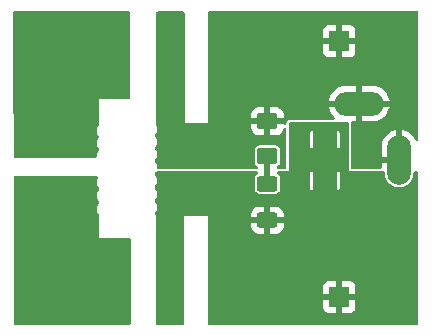
<source format=gbr>
%TF.GenerationSoftware,KiCad,Pcbnew,8.0.1*%
%TF.CreationDate,2024-04-06T16:57:38-05:00*%
%TF.ProjectId,Banana to Barrel Jack Adapter,42616e61-6e61-4207-946f-204261727265,2*%
%TF.SameCoordinates,Original*%
%TF.FileFunction,Copper,L1,Top*%
%TF.FilePolarity,Positive*%
%FSLAX46Y46*%
G04 Gerber Fmt 4.6, Leading zero omitted, Abs format (unit mm)*
G04 Created by KiCad (PCBNEW 8.0.1) date 2024-04-06 16:57:38*
%MOMM*%
%LPD*%
G01*
G04 APERTURE LIST*
G04 Aperture macros list*
%AMRoundRect*
0 Rectangle with rounded corners*
0 $1 Rounding radius*
0 $2 $3 $4 $5 $6 $7 $8 $9 X,Y pos of 4 corners*
0 Add a 4 corners polygon primitive as box body*
4,1,4,$2,$3,$4,$5,$6,$7,$8,$9,$2,$3,0*
0 Add four circle primitives for the rounded corners*
1,1,$1+$1,$2,$3*
1,1,$1+$1,$4,$5*
1,1,$1+$1,$6,$7*
1,1,$1+$1,$8,$9*
0 Add four rect primitives between the rounded corners*
20,1,$1+$1,$2,$3,$4,$5,0*
20,1,$1+$1,$4,$5,$6,$7,0*
20,1,$1+$1,$6,$7,$8,$9,0*
20,1,$1+$1,$8,$9,$2,$3,0*%
G04 Aperture macros list end*
%TA.AperFunction,ComponentPad*%
%ADD10R,2.000000X4.600000*%
%TD*%
%TA.AperFunction,ComponentPad*%
%ADD11O,2.000000X4.200000*%
%TD*%
%TA.AperFunction,ComponentPad*%
%ADD12O,4.200000X2.000000*%
%TD*%
%TA.AperFunction,ComponentPad*%
%ADD13R,1.700000X1.700000*%
%TD*%
%TA.AperFunction,ComponentPad*%
%ADD14C,0.800000*%
%TD*%
%TA.AperFunction,ComponentPad*%
%ADD15C,6.400000*%
%TD*%
%TA.AperFunction,SMDPad,CuDef*%
%ADD16RoundRect,0.250000X0.625000X-0.400000X0.625000X0.400000X-0.625000X0.400000X-0.625000X-0.400000X0*%
%TD*%
%TA.AperFunction,SMDPad,CuDef*%
%ADD17RoundRect,0.250001X-0.624999X0.462499X-0.624999X-0.462499X0.624999X-0.462499X0.624999X0.462499X0*%
%TD*%
%TA.AperFunction,ViaPad*%
%ADD18C,0.800000*%
%TD*%
%TA.AperFunction,Conductor*%
%ADD19C,0.250000*%
%TD*%
%TA.AperFunction,Conductor*%
%ADD20C,0.500000*%
%TD*%
G04 APERTURE END LIST*
D10*
%TO.P,J1,1*%
%TO.N,/Positive*%
X151650000Y-98750000D03*
D11*
%TO.P,J1,2*%
%TO.N,GND*%
X157950000Y-98750000D03*
D12*
%TO.P,J1,3*%
X154550000Y-93950000D03*
%TD*%
D13*
%TO.P,J3,1,Pin_1*%
%TO.N,GND*%
X152882600Y-88671400D03*
%TD*%
D14*
%TO.P,H1,1,1*%
%TO.N,/Positive*%
X126600138Y-108968250D03*
X127303082Y-107271194D03*
X127303082Y-110665306D03*
X129000138Y-106568250D03*
D15*
X129000138Y-108968250D03*
D14*
X129000138Y-111368250D03*
X130697194Y-107271194D03*
X130697194Y-110665306D03*
X131400138Y-108968250D03*
%TD*%
D13*
%TO.P,J2,1,Pin_1*%
%TO.N,/Positive*%
X152882600Y-110337600D03*
%TD*%
D16*
%TO.P,R1,1*%
%TO.N,/Positive*%
X146790000Y-103820000D03*
%TO.P,R1,2*%
%TO.N,Net-(D1-A)*%
X146790000Y-100720000D03*
%TD*%
D14*
%TO.P,H2,1,1*%
%TO.N,GND*%
X126600138Y-89918250D03*
X127303082Y-88221194D03*
X127303082Y-91615306D03*
X129000138Y-87518250D03*
D15*
X129000138Y-89918250D03*
D14*
X129000138Y-92318250D03*
X130697194Y-88221194D03*
X130697194Y-91615306D03*
X131400138Y-89918250D03*
%TD*%
D17*
%TO.P,D1,1,K*%
%TO.N,GND*%
X146790000Y-95432500D03*
%TO.P,D1,2,A*%
%TO.N,Net-(D1-A)*%
X146790000Y-98407500D03*
%TD*%
D18*
%TO.N,GND*%
X144856200Y-86588600D03*
X144856200Y-95250000D03*
X144856200Y-88320880D03*
X144856200Y-90053160D03*
X144856200Y-91785440D03*
X144856200Y-93517720D03*
%TO.N,/Positive*%
X144856200Y-110535720D03*
X144856200Y-105415080D03*
X144856200Y-107121960D03*
X144856200Y-103708200D03*
X144856200Y-108828840D03*
X144856200Y-112242600D03*
%TD*%
D19*
%TO.N,GND*%
X138500000Y-88450000D02*
X138500000Y-91250000D01*
D20*
%TO.N,Net-(D1-A)*%
X146790000Y-98407500D02*
X146790000Y-100720000D01*
%TD*%
%TA.AperFunction,Conductor*%
%TO.N,/Positive*%
G36*
X133225000Y-106000000D02*
G01*
X133225000Y-112689747D01*
X125455059Y-112689455D01*
X125388021Y-112669768D01*
X125342268Y-112616962D01*
X125331064Y-112565740D01*
X125315796Y-105928517D01*
X125313744Y-105036255D01*
X125575000Y-104775000D01*
X132000000Y-104775000D01*
X133225000Y-106000000D01*
G37*
%TD.AperFunction*%
%TD*%
%TA.AperFunction,Conductor*%
%TO.N,/Positive*%
G36*
X153613039Y-95523685D02*
G01*
X153658794Y-95576489D01*
X153670000Y-95628000D01*
X153670000Y-96266000D01*
X153670000Y-102616000D01*
X148590000Y-102616000D01*
X148590000Y-99750000D01*
X150396001Y-99750000D01*
X150396001Y-101075014D01*
X150410737Y-101149106D01*
X150410738Y-101149109D01*
X150466876Y-101233123D01*
X150550895Y-101289263D01*
X150550896Y-101289264D01*
X150624980Y-101303998D01*
X150650000Y-101303998D01*
X150650000Y-100115826D01*
X151150000Y-100115826D01*
X151184075Y-100242993D01*
X151249901Y-100357007D01*
X151342993Y-100450099D01*
X151457007Y-100515925D01*
X151584174Y-100550000D01*
X151715826Y-100550000D01*
X151842993Y-100515925D01*
X151957007Y-100450099D01*
X152050099Y-100357007D01*
X152115925Y-100242993D01*
X152150000Y-100115826D01*
X152150000Y-99750000D01*
X152650000Y-99750000D01*
X152650000Y-101303999D01*
X152675015Y-101303999D01*
X152749106Y-101289262D01*
X152749109Y-101289261D01*
X152833123Y-101233123D01*
X152889263Y-101149104D01*
X152889264Y-101149103D01*
X152903999Y-101075021D01*
X152904000Y-101075018D01*
X152904000Y-99750000D01*
X152650000Y-99750000D01*
X152150000Y-99750000D01*
X152150000Y-97384174D01*
X152115925Y-97257007D01*
X152050099Y-97142993D01*
X151957007Y-97049901D01*
X151842993Y-96984075D01*
X151715826Y-96950000D01*
X151584174Y-96950000D01*
X151457007Y-96984075D01*
X151342993Y-97049901D01*
X151249901Y-97142993D01*
X151184075Y-97257007D01*
X151150000Y-97384174D01*
X151150000Y-100115826D01*
X150650000Y-100115826D01*
X150650000Y-99750000D01*
X150396001Y-99750000D01*
X148590000Y-99750000D01*
X148590000Y-97750000D01*
X150396000Y-97750000D01*
X150650000Y-97750000D01*
X150650000Y-96196000D01*
X152650000Y-96196000D01*
X152650000Y-97750000D01*
X152903999Y-97750000D01*
X152903999Y-96424985D01*
X152889262Y-96350893D01*
X152889261Y-96350890D01*
X152833123Y-96266876D01*
X152749104Y-96210736D01*
X152749103Y-96210735D01*
X152675021Y-96196000D01*
X152650000Y-96196000D01*
X150650000Y-96196000D01*
X150650000Y-96195999D01*
X150624986Y-96196000D01*
X150624985Y-96196000D01*
X150550892Y-96210737D01*
X150550890Y-96210738D01*
X150466876Y-96266876D01*
X150410736Y-96350895D01*
X150410735Y-96350896D01*
X150396000Y-96424978D01*
X150396000Y-97750000D01*
X148590000Y-97750000D01*
X148590000Y-95628000D01*
X148609685Y-95560961D01*
X148662489Y-95515206D01*
X148714000Y-95504000D01*
X153546000Y-95504000D01*
X153613039Y-95523685D01*
G37*
%TD.AperFunction*%
%TD*%
%TA.AperFunction,Conductor*%
%TO.N,GND*%
G36*
X133325000Y-92575000D02*
G01*
X131875000Y-94025000D01*
X125288416Y-94025000D01*
X125270485Y-86230206D01*
X125290016Y-86163125D01*
X125342714Y-86117248D01*
X125394407Y-86105924D01*
X133325000Y-86101108D01*
X133325000Y-92575000D01*
G37*
%TD.AperFunction*%
%TD*%
%TA.AperFunction,Conductor*%
%TO.N,/Positive*%
G36*
X145936631Y-99719685D02*
G01*
X145982386Y-99772489D01*
X145992330Y-99841647D01*
X145963305Y-99905203D01*
X145943225Y-99923770D01*
X145842851Y-99997848D01*
X145762207Y-100107117D01*
X145762206Y-100107119D01*
X145717353Y-100235299D01*
X145714500Y-100265730D01*
X145714500Y-101174269D01*
X145717353Y-101204699D01*
X145717353Y-101204701D01*
X145762206Y-101332880D01*
X145762207Y-101332882D01*
X145842850Y-101442150D01*
X145952118Y-101522793D01*
X145991854Y-101536697D01*
X146080299Y-101567646D01*
X146110730Y-101570500D01*
X146110734Y-101570500D01*
X147469270Y-101570500D01*
X147499699Y-101567646D01*
X147499701Y-101567646D01*
X147568430Y-101543596D01*
X147627882Y-101522793D01*
X147737150Y-101442150D01*
X147817793Y-101332882D01*
X147842346Y-101262713D01*
X147862646Y-101204701D01*
X147862646Y-101204699D01*
X147865500Y-101174269D01*
X147865500Y-100265730D01*
X147862646Y-100235299D01*
X147817793Y-100107119D01*
X147817792Y-100107117D01*
X147737150Y-99997850D01*
X147737148Y-99997849D01*
X147737148Y-99997848D01*
X147636775Y-99923770D01*
X147594524Y-99868123D01*
X147589065Y-99798467D01*
X147622132Y-99736917D01*
X147683226Y-99703016D01*
X147710408Y-99700000D01*
X148590000Y-99700000D01*
X150150000Y-99700000D01*
X150150000Y-101097844D01*
X150156401Y-101157372D01*
X150156403Y-101157379D01*
X150206645Y-101292086D01*
X150206649Y-101292093D01*
X150292809Y-101407187D01*
X150292812Y-101407190D01*
X150407906Y-101493350D01*
X150407913Y-101493354D01*
X150542620Y-101543596D01*
X150542627Y-101543598D01*
X150602155Y-101549999D01*
X150602172Y-101550000D01*
X151400000Y-101550000D01*
X151400000Y-100483012D01*
X151457007Y-100515925D01*
X151584174Y-100550000D01*
X151715826Y-100550000D01*
X151842993Y-100515925D01*
X151900000Y-100483012D01*
X151900000Y-101550000D01*
X152697828Y-101550000D01*
X152697844Y-101549999D01*
X152757372Y-101543598D01*
X152757379Y-101543596D01*
X152892086Y-101493354D01*
X152892093Y-101493350D01*
X153007187Y-101407190D01*
X153007190Y-101407187D01*
X153093350Y-101292093D01*
X153093354Y-101292086D01*
X153143596Y-101157379D01*
X153143598Y-101157372D01*
X153149999Y-101097844D01*
X153150000Y-101097827D01*
X153150000Y-99700000D01*
X153670000Y-99700000D01*
X156625500Y-99700000D01*
X156692539Y-99719685D01*
X156738294Y-99772489D01*
X156749500Y-99824000D01*
X156749500Y-99944486D01*
X156779059Y-100131118D01*
X156837454Y-100310836D01*
X156908413Y-100450099D01*
X156923240Y-100479199D01*
X157034310Y-100632073D01*
X157167927Y-100765690D01*
X157320801Y-100876760D01*
X157400347Y-100917290D01*
X157489163Y-100962545D01*
X157489165Y-100962545D01*
X157489168Y-100962547D01*
X157585497Y-100993846D01*
X157668881Y-101020940D01*
X157855514Y-101050500D01*
X157855519Y-101050500D01*
X158044486Y-101050500D01*
X158231118Y-101020940D01*
X158410832Y-100962547D01*
X158579199Y-100876760D01*
X158732073Y-100765690D01*
X158865690Y-100632073D01*
X158976760Y-100479199D01*
X159062547Y-100310832D01*
X159120940Y-100131118D01*
X159126874Y-100093650D01*
X159150500Y-99944486D01*
X159150500Y-99824000D01*
X159170185Y-99756961D01*
X159222989Y-99711206D01*
X159274500Y-99700000D01*
X159457000Y-99700000D01*
X159524039Y-99719685D01*
X159569794Y-99772489D01*
X159581000Y-99824000D01*
X159581000Y-112575800D01*
X159561315Y-112642839D01*
X159508511Y-112688594D01*
X159457000Y-112699800D01*
X141855848Y-112699800D01*
X141788809Y-112680115D01*
X141743054Y-112627311D01*
X141731848Y-112575952D01*
X141731745Y-112492178D01*
X141730207Y-111235444D01*
X151532600Y-111235444D01*
X151539001Y-111294972D01*
X151539003Y-111294979D01*
X151589245Y-111429686D01*
X151589249Y-111429693D01*
X151675409Y-111544787D01*
X151675412Y-111544790D01*
X151790506Y-111630950D01*
X151790513Y-111630954D01*
X151925220Y-111681196D01*
X151925227Y-111681198D01*
X151984755Y-111687599D01*
X151984772Y-111687600D01*
X152632600Y-111687600D01*
X152632600Y-110770612D01*
X152689607Y-110803525D01*
X152816774Y-110837600D01*
X152948426Y-110837600D01*
X153075593Y-110803525D01*
X153132600Y-110770612D01*
X153132600Y-111687600D01*
X153780428Y-111687600D01*
X153780444Y-111687599D01*
X153839972Y-111681198D01*
X153839979Y-111681196D01*
X153974686Y-111630954D01*
X153974693Y-111630950D01*
X154089787Y-111544790D01*
X154089790Y-111544787D01*
X154175950Y-111429693D01*
X154175954Y-111429686D01*
X154226196Y-111294979D01*
X154226198Y-111294972D01*
X154232599Y-111235444D01*
X154232600Y-111235427D01*
X154232600Y-110587600D01*
X153315612Y-110587600D01*
X153348525Y-110530593D01*
X153382600Y-110403426D01*
X153382600Y-110271774D01*
X153348525Y-110144607D01*
X153315612Y-110087600D01*
X154232600Y-110087600D01*
X154232600Y-109439772D01*
X154232599Y-109439755D01*
X154226198Y-109380227D01*
X154226196Y-109380220D01*
X154175954Y-109245513D01*
X154175950Y-109245506D01*
X154089790Y-109130412D01*
X154089787Y-109130409D01*
X153974693Y-109044249D01*
X153974686Y-109044245D01*
X153839979Y-108994003D01*
X153839972Y-108994001D01*
X153780444Y-108987600D01*
X153132600Y-108987600D01*
X153132600Y-109904588D01*
X153075593Y-109871675D01*
X152948426Y-109837600D01*
X152816774Y-109837600D01*
X152689607Y-109871675D01*
X152632600Y-109904588D01*
X152632600Y-108987600D01*
X151984755Y-108987600D01*
X151925227Y-108994001D01*
X151925220Y-108994003D01*
X151790513Y-109044245D01*
X151790506Y-109044249D01*
X151675412Y-109130409D01*
X151675409Y-109130412D01*
X151589249Y-109245506D01*
X151589245Y-109245513D01*
X151539003Y-109380220D01*
X151539001Y-109380227D01*
X151532600Y-109439755D01*
X151532600Y-110087600D01*
X152449588Y-110087600D01*
X152416675Y-110144607D01*
X152382600Y-110271774D01*
X152382600Y-110403426D01*
X152416675Y-110530593D01*
X152449588Y-110587600D01*
X151532600Y-110587600D01*
X151532600Y-111235444D01*
X141730207Y-111235444D01*
X141721437Y-104070000D01*
X145415001Y-104070000D01*
X145415001Y-104269986D01*
X145425494Y-104372697D01*
X145480641Y-104539119D01*
X145480643Y-104539124D01*
X145572684Y-104688345D01*
X145696654Y-104812315D01*
X145845875Y-104904356D01*
X145845880Y-104904358D01*
X146012302Y-104959505D01*
X146012309Y-104959506D01*
X146115019Y-104969999D01*
X146539999Y-104969999D01*
X146540000Y-104969998D01*
X146540000Y-104070000D01*
X147040000Y-104070000D01*
X147040000Y-104969999D01*
X147464972Y-104969999D01*
X147464986Y-104969998D01*
X147567697Y-104959505D01*
X147734119Y-104904358D01*
X147734124Y-104904356D01*
X147883345Y-104812315D01*
X148007315Y-104688345D01*
X148099356Y-104539124D01*
X148099358Y-104539119D01*
X148154505Y-104372697D01*
X148154506Y-104372690D01*
X148164999Y-104269986D01*
X148165000Y-104269973D01*
X148165000Y-104070000D01*
X147040000Y-104070000D01*
X146540000Y-104070000D01*
X145415001Y-104070000D01*
X141721437Y-104070000D01*
X141720825Y-103570000D01*
X145415000Y-103570000D01*
X146540000Y-103570000D01*
X146540000Y-102670000D01*
X147040000Y-102670000D01*
X147040000Y-103570000D01*
X148164999Y-103570000D01*
X148164999Y-103370028D01*
X148164998Y-103370013D01*
X148154505Y-103267302D01*
X148099358Y-103100880D01*
X148099356Y-103100875D01*
X148007315Y-102951654D01*
X147883345Y-102827684D01*
X147734124Y-102735643D01*
X147734119Y-102735641D01*
X147567697Y-102680494D01*
X147567690Y-102680493D01*
X147464986Y-102670000D01*
X147040000Y-102670000D01*
X146540000Y-102670000D01*
X146115028Y-102670000D01*
X146115012Y-102670001D01*
X146012302Y-102680494D01*
X145845880Y-102735641D01*
X145845875Y-102735643D01*
X145696654Y-102827684D01*
X145572684Y-102951654D01*
X145480643Y-103100875D01*
X145480641Y-103100880D01*
X145425494Y-103267302D01*
X145425493Y-103267309D01*
X145415000Y-103370013D01*
X145415000Y-103570000D01*
X141720825Y-103570000D01*
X141720678Y-103450000D01*
X139725000Y-103450000D01*
X139748015Y-111965726D01*
X139749664Y-112575665D01*
X139730160Y-112642757D01*
X139677480Y-112688655D01*
X139625664Y-112700000D01*
X137499009Y-112700000D01*
X137431970Y-112680315D01*
X137386215Y-112627511D01*
X137375009Y-112575991D01*
X137375010Y-112575800D01*
X137375709Y-103432600D01*
X137375709Y-103432599D01*
X137362670Y-103419559D01*
X137340041Y-103412915D01*
X137294286Y-103360111D01*
X137283080Y-103308600D01*
X137283080Y-103209507D01*
X137302765Y-103142468D01*
X137319399Y-103121826D01*
X137344513Y-103096712D01*
X137419292Y-102967192D01*
X137458000Y-102822731D01*
X137458000Y-102673173D01*
X137419292Y-102528712D01*
X137344513Y-102399192D01*
X137319399Y-102374078D01*
X137285914Y-102312755D01*
X137283080Y-102286397D01*
X137283080Y-102073031D01*
X137302765Y-102005992D01*
X137319399Y-101985350D01*
X137344513Y-101960236D01*
X137419292Y-101830716D01*
X137458000Y-101686255D01*
X137458000Y-101536697D01*
X137419292Y-101392236D01*
X137344513Y-101262716D01*
X137319399Y-101237602D01*
X137285914Y-101176279D01*
X137283080Y-101149921D01*
X137283080Y-100936555D01*
X137302765Y-100869516D01*
X137319399Y-100848874D01*
X137344513Y-100823760D01*
X137419292Y-100694240D01*
X137458000Y-100549779D01*
X137458000Y-100400221D01*
X137419292Y-100255760D01*
X137344513Y-100126240D01*
X137319399Y-100101126D01*
X137285914Y-100039803D01*
X137283080Y-100013445D01*
X137283080Y-99824000D01*
X137302765Y-99756961D01*
X137355569Y-99711206D01*
X137407080Y-99700000D01*
X145869592Y-99700000D01*
X145936631Y-99719685D01*
G37*
%TD.AperFunction*%
%TA.AperFunction,Conductor*%
G36*
X132368773Y-100113335D02*
G01*
X132414528Y-100166139D01*
X132424472Y-100235297D01*
X132409121Y-100279651D01*
X132362202Y-100360914D01*
X132323494Y-100505377D01*
X132323494Y-100654934D01*
X132362202Y-100799397D01*
X132390768Y-100848874D01*
X132436981Y-100928916D01*
X132436983Y-100928918D01*
X132471561Y-100963496D01*
X132505046Y-101024819D01*
X132507880Y-101051177D01*
X132507880Y-101245611D01*
X132488195Y-101312650D01*
X132471561Y-101333292D01*
X132436983Y-101367869D01*
X132436981Y-101367872D01*
X132362202Y-101497390D01*
X132323494Y-101641853D01*
X132323494Y-101791410D01*
X132362202Y-101935873D01*
X132390768Y-101985350D01*
X132436981Y-102065392D01*
X132436983Y-102065394D01*
X132471561Y-102099972D01*
X132505046Y-102161295D01*
X132507880Y-102187653D01*
X132507880Y-102382087D01*
X132488195Y-102449126D01*
X132471561Y-102469768D01*
X132436983Y-102504345D01*
X132436981Y-102504348D01*
X132362202Y-102633866D01*
X132323494Y-102778329D01*
X132323494Y-102927886D01*
X132362202Y-103072349D01*
X132378672Y-103100875D01*
X132436981Y-103201868D01*
X132436983Y-103201870D01*
X132471561Y-103236448D01*
X132505046Y-103297771D01*
X132507880Y-103324129D01*
X132507880Y-103421611D01*
X132522166Y-103447774D01*
X132525000Y-103474132D01*
X132525000Y-105300000D01*
X135076000Y-105300000D01*
X135143039Y-105319685D01*
X135188794Y-105372489D01*
X135200000Y-105424000D01*
X135200000Y-112565818D01*
X135180315Y-112632857D01*
X135127511Y-112678612D01*
X135075995Y-112689818D01*
X130299215Y-112689638D01*
X130232177Y-112669951D01*
X130186424Y-112617145D01*
X130176483Y-112547986D01*
X130205510Y-112484432D01*
X130254782Y-112449874D01*
X130507132Y-112353005D01*
X130852681Y-112176939D01*
X131177921Y-111965726D01*
X131177923Y-111965725D01*
X131435487Y-111757152D01*
X129940836Y-110262501D01*
X130042468Y-110188662D01*
X130220550Y-110010580D01*
X130294389Y-109908948D01*
X131789040Y-111403599D01*
X131997613Y-111146035D01*
X131997614Y-111146033D01*
X132208827Y-110820793D01*
X132384893Y-110475244D01*
X132523875Y-110113186D01*
X132624250Y-109738580D01*
X132624251Y-109738573D01*
X132684918Y-109355537D01*
X132705216Y-108968250D01*
X132705216Y-108968249D01*
X132684918Y-108580962D01*
X132624251Y-108197926D01*
X132624250Y-108197919D01*
X132523875Y-107823313D01*
X132384893Y-107461255D01*
X132208827Y-107115706D01*
X131997606Y-106790456D01*
X131789042Y-106532899D01*
X131789041Y-106532898D01*
X130294389Y-108027550D01*
X130220550Y-107925920D01*
X130042468Y-107747838D01*
X129940836Y-107673998D01*
X131435488Y-106179346D01*
X131435488Y-106179345D01*
X131177931Y-105970781D01*
X130852681Y-105759560D01*
X130507132Y-105583494D01*
X130145074Y-105444512D01*
X129770468Y-105344137D01*
X129770461Y-105344136D01*
X129387425Y-105283469D01*
X129000139Y-105263172D01*
X129000137Y-105263172D01*
X128612850Y-105283469D01*
X128229814Y-105344136D01*
X128229807Y-105344137D01*
X127855201Y-105444512D01*
X127493143Y-105583494D01*
X127147594Y-105759560D01*
X126822344Y-105970781D01*
X126564786Y-106179345D01*
X126564786Y-106179346D01*
X128059439Y-107673998D01*
X127957808Y-107747838D01*
X127779726Y-107925920D01*
X127705886Y-108027550D01*
X126211234Y-106532898D01*
X126211233Y-106532898D01*
X126002669Y-106790456D01*
X125791448Y-107115706D01*
X125615382Y-107461255D01*
X125559320Y-107607301D01*
X125516917Y-107662834D01*
X125451223Y-107686626D01*
X125383095Y-107671124D01*
X125334163Y-107621250D01*
X125319557Y-107563152D01*
X125302661Y-100217933D01*
X125322192Y-100150851D01*
X125374890Y-100104974D01*
X125426661Y-100093650D01*
X132301734Y-100093650D01*
X132368773Y-100113335D01*
G37*
%TD.AperFunction*%
%TA.AperFunction,Conductor*%
G36*
X127779726Y-110010580D02*
G01*
X127957808Y-110188662D01*
X128059438Y-110262501D01*
X126564786Y-111757153D01*
X126564787Y-111757154D01*
X126822344Y-111965718D01*
X127147594Y-112176939D01*
X127493143Y-112353005D01*
X127745238Y-112449776D01*
X127800770Y-112492178D01*
X127824563Y-112557872D01*
X127809061Y-112626001D01*
X127759188Y-112674933D01*
X127700795Y-112689540D01*
X125455059Y-112689455D01*
X125388021Y-112669768D01*
X125342268Y-112616962D01*
X125331064Y-112565740D01*
X125331046Y-112557872D01*
X125326061Y-110390863D01*
X125345592Y-110323782D01*
X125398290Y-110277905D01*
X125467426Y-110267803D01*
X125531048Y-110296682D01*
X125565825Y-110346143D01*
X125615382Y-110475244D01*
X125791448Y-110820793D01*
X126002669Y-111146043D01*
X126211233Y-111403600D01*
X126211234Y-111403600D01*
X127705886Y-109908948D01*
X127779726Y-110010580D01*
G37*
%TD.AperFunction*%
%TD*%
%TA.AperFunction,Conductor*%
%TO.N,GND*%
G36*
X159524039Y-86125685D02*
G01*
X159569794Y-86178489D01*
X159581000Y-86230000D01*
X159581000Y-97032697D01*
X159561315Y-97099736D01*
X159508511Y-97145491D01*
X159439353Y-97155435D01*
X159375797Y-97126410D01*
X159343683Y-97077981D01*
X159341965Y-97078693D01*
X159340105Y-97074201D01*
X159232914Y-96863828D01*
X159094133Y-96672813D01*
X158927186Y-96505866D01*
X158736171Y-96367085D01*
X158525802Y-96259897D01*
X158301247Y-96186934D01*
X158200000Y-96170897D01*
X158200000Y-97216988D01*
X158142993Y-97184075D01*
X158015826Y-97150000D01*
X157884174Y-97150000D01*
X157757007Y-97184075D01*
X157700000Y-97216988D01*
X157700000Y-96170897D01*
X157598752Y-96186934D01*
X157374197Y-96259897D01*
X157163828Y-96367085D01*
X156972813Y-96505866D01*
X156805866Y-96672813D01*
X156667085Y-96863828D01*
X156559897Y-97074197D01*
X156486934Y-97298752D01*
X156450000Y-97531947D01*
X156450000Y-98500000D01*
X157450000Y-98500000D01*
X157450000Y-99000000D01*
X156450000Y-99000000D01*
X156450000Y-99370500D01*
X156430315Y-99437539D01*
X156377511Y-99483294D01*
X156326000Y-99494500D01*
X153999500Y-99494500D01*
X153932461Y-99474815D01*
X153886706Y-99422011D01*
X153875500Y-99370500D01*
X153875500Y-95628008D01*
X153875500Y-95628000D01*
X153871119Y-95587256D01*
X153883523Y-95518497D01*
X153931133Y-95467359D01*
X153994408Y-95450000D01*
X154300000Y-95450000D01*
X154300000Y-94450000D01*
X154800000Y-94450000D01*
X154800000Y-95450000D01*
X155768052Y-95450000D01*
X156001247Y-95413065D01*
X156225802Y-95340102D01*
X156436171Y-95232914D01*
X156627186Y-95094133D01*
X156794133Y-94927186D01*
X156932914Y-94736171D01*
X157040102Y-94525802D01*
X157113065Y-94301247D01*
X157129102Y-94200000D01*
X156083012Y-94200000D01*
X156115925Y-94142993D01*
X156150000Y-94015826D01*
X156150000Y-93884174D01*
X156115925Y-93757007D01*
X156083012Y-93700000D01*
X157129102Y-93700000D01*
X157113065Y-93598752D01*
X157040102Y-93374197D01*
X156932914Y-93163828D01*
X156794133Y-92972813D01*
X156627186Y-92805866D01*
X156436171Y-92667085D01*
X156225802Y-92559897D01*
X156001247Y-92486934D01*
X156001248Y-92486934D01*
X155768052Y-92450000D01*
X154800000Y-92450000D01*
X154800000Y-93450000D01*
X154300000Y-93450000D01*
X154300000Y-92450000D01*
X153331948Y-92450000D01*
X153098752Y-92486934D01*
X152874197Y-92559897D01*
X152663828Y-92667085D01*
X152472813Y-92805866D01*
X152305866Y-92972813D01*
X152167085Y-93163828D01*
X152059897Y-93374197D01*
X151986934Y-93598752D01*
X151970898Y-93700000D01*
X153016988Y-93700000D01*
X152984075Y-93757007D01*
X152950000Y-93884174D01*
X152950000Y-94015826D01*
X152984075Y-94142993D01*
X153016988Y-94200000D01*
X151970898Y-94200000D01*
X151986934Y-94301247D01*
X152059897Y-94525802D01*
X152167085Y-94736171D01*
X152305866Y-94927186D01*
X152465499Y-95086819D01*
X152498984Y-95148142D01*
X152494000Y-95217834D01*
X152452128Y-95273767D01*
X152386664Y-95298184D01*
X152377818Y-95298500D01*
X148713992Y-95298500D01*
X148670313Y-95303197D01*
X148618825Y-95314397D01*
X148608627Y-95316890D01*
X148608624Y-95316891D01*
X148527916Y-95359899D01*
X148527913Y-95359901D01*
X148475104Y-95405660D01*
X148457160Y-95423242D01*
X148457154Y-95423249D01*
X148412511Y-95503059D01*
X148412509Y-95503064D01*
X148392824Y-95570102D01*
X148385310Y-95622361D01*
X148356284Y-95685916D01*
X148297505Y-95723689D01*
X148227636Y-95723687D01*
X148174892Y-95692392D01*
X148165000Y-95682500D01*
X147040000Y-95682500D01*
X147040000Y-96645000D01*
X147464973Y-96645000D01*
X147464985Y-96644999D01*
X147567689Y-96634506D01*
X147567696Y-96634505D01*
X147734118Y-96579358D01*
X147734123Y-96579356D01*
X147883344Y-96487315D01*
X148007315Y-96363344D01*
X148099356Y-96214123D01*
X148099358Y-96214118D01*
X148142794Y-96083038D01*
X148182566Y-96025593D01*
X148247082Y-95998770D01*
X148315858Y-96011085D01*
X148367058Y-96058628D01*
X148384500Y-96122042D01*
X148384500Y-99370500D01*
X148364815Y-99437539D01*
X148312011Y-99483294D01*
X148260500Y-99494500D01*
X147710405Y-99494500D01*
X147708711Y-99494547D01*
X147708710Y-99494500D01*
X147708696Y-99494500D01*
X147708696Y-99494006D01*
X147708694Y-99493949D01*
X147642898Y-99478508D01*
X147594305Y-99428302D01*
X147580570Y-99359796D01*
X147606052Y-99294739D01*
X147630454Y-99270894D01*
X147737150Y-99192150D01*
X147817793Y-99082882D01*
X147862646Y-98954698D01*
X147865500Y-98924265D01*
X147865499Y-97890736D01*
X147862646Y-97860302D01*
X147817793Y-97732118D01*
X147737150Y-97622850D01*
X147656506Y-97563332D01*
X147627881Y-97542206D01*
X147499695Y-97497353D01*
X147499698Y-97497353D01*
X147469268Y-97494500D01*
X146110741Y-97494500D01*
X146080301Y-97497354D01*
X146080300Y-97497354D01*
X145952118Y-97542206D01*
X145842850Y-97622850D01*
X145762206Y-97732118D01*
X145717353Y-97860302D01*
X145714500Y-97890731D01*
X145714500Y-98924258D01*
X145717354Y-98954698D01*
X145717354Y-98954699D01*
X145762206Y-99082881D01*
X145762207Y-99082882D01*
X145842850Y-99192150D01*
X145949502Y-99270862D01*
X145991752Y-99326509D01*
X145997211Y-99396165D01*
X145964144Y-99457715D01*
X145903050Y-99491616D01*
X145874021Y-99493792D01*
X145874021Y-99494500D01*
X137582000Y-99494500D01*
X137514961Y-99474815D01*
X137469206Y-99422011D01*
X137458000Y-99370500D01*
X137458000Y-99238347D01*
X137458000Y-99238345D01*
X137419292Y-99093884D01*
X137344513Y-98964364D01*
X137319399Y-98939250D01*
X137285914Y-98877927D01*
X137283080Y-98851569D01*
X137283080Y-98728199D01*
X137302765Y-98661160D01*
X137319399Y-98640518D01*
X137344513Y-98615404D01*
X137419292Y-98485884D01*
X137458000Y-98341423D01*
X137458000Y-98191865D01*
X137419292Y-98047404D01*
X137344513Y-97917884D01*
X137319399Y-97892770D01*
X137285914Y-97831447D01*
X137283080Y-97805089D01*
X137283080Y-97656319D01*
X137302765Y-97589280D01*
X137319399Y-97568638D01*
X137344513Y-97543524D01*
X137419292Y-97414004D01*
X137458000Y-97269543D01*
X137458000Y-97119985D01*
X137419292Y-96975524D01*
X137344513Y-96846004D01*
X137319399Y-96820890D01*
X137285914Y-96759567D01*
X137283080Y-96733209D01*
X137283080Y-96584439D01*
X137302765Y-96517400D01*
X137319399Y-96496758D01*
X137328842Y-96487315D01*
X137344513Y-96471644D01*
X137419292Y-96342124D01*
X137458000Y-96197663D01*
X137458000Y-96048105D01*
X137419292Y-95903644D01*
X137344513Y-95774124D01*
X137344511Y-95774122D01*
X137340449Y-95767086D01*
X137343101Y-95765554D01*
X137323145Y-95713961D01*
X137329592Y-95682500D01*
X145415000Y-95682500D01*
X145415000Y-95944985D01*
X145425493Y-96047689D01*
X145425494Y-96047696D01*
X145480641Y-96214118D01*
X145480643Y-96214123D01*
X145572684Y-96363344D01*
X145696655Y-96487315D01*
X145845876Y-96579356D01*
X145845881Y-96579358D01*
X146012303Y-96634505D01*
X146012310Y-96634506D01*
X146115014Y-96644999D01*
X146115027Y-96645000D01*
X146540000Y-96645000D01*
X146540000Y-95682500D01*
X145415000Y-95682500D01*
X137329592Y-95682500D01*
X137337171Y-95645513D01*
X137359106Y-95615866D01*
X137374998Y-95599999D01*
X137375000Y-95600000D01*
X137373402Y-86273412D01*
X137393075Y-86206370D01*
X137445871Y-86160606D01*
X137497434Y-86149392D01*
X139651036Y-86149966D01*
X139718067Y-86169668D01*
X139763808Y-86222485D01*
X139775000Y-86273966D01*
X139775012Y-94800000D01*
X139775012Y-94800002D01*
X139774999Y-95599999D01*
X139775000Y-95600000D01*
X141732000Y-95600000D01*
X141732000Y-95182500D01*
X145415000Y-95182500D01*
X146540000Y-95182500D01*
X146540000Y-94220000D01*
X147040000Y-94220000D01*
X147040000Y-95182500D01*
X148165000Y-95182500D01*
X148165000Y-94920027D01*
X148164999Y-94920014D01*
X148154506Y-94817310D01*
X148154505Y-94817303D01*
X148099358Y-94650881D01*
X148099356Y-94650876D01*
X148007315Y-94501655D01*
X147883344Y-94377684D01*
X147734123Y-94285643D01*
X147734118Y-94285641D01*
X147567696Y-94230494D01*
X147567689Y-94230493D01*
X147464985Y-94220000D01*
X147040000Y-94220000D01*
X146540000Y-94220000D01*
X146115014Y-94220000D01*
X146012310Y-94230493D01*
X146012303Y-94230494D01*
X145845881Y-94285641D01*
X145845876Y-94285643D01*
X145696655Y-94377684D01*
X145572684Y-94501655D01*
X145480643Y-94650876D01*
X145480641Y-94650881D01*
X145425494Y-94817303D01*
X145425493Y-94817310D01*
X145415000Y-94920014D01*
X145415000Y-95182500D01*
X141732000Y-95182500D01*
X141732000Y-89569244D01*
X151532600Y-89569244D01*
X151539001Y-89628772D01*
X151539003Y-89628779D01*
X151589245Y-89763486D01*
X151589249Y-89763493D01*
X151675409Y-89878587D01*
X151675412Y-89878590D01*
X151790506Y-89964750D01*
X151790513Y-89964754D01*
X151925220Y-90014996D01*
X151925227Y-90014998D01*
X151984755Y-90021399D01*
X151984772Y-90021400D01*
X152632600Y-90021400D01*
X152632600Y-89104412D01*
X152689607Y-89137325D01*
X152816774Y-89171400D01*
X152948426Y-89171400D01*
X153075593Y-89137325D01*
X153132600Y-89104412D01*
X153132600Y-90021400D01*
X153780428Y-90021400D01*
X153780444Y-90021399D01*
X153839972Y-90014998D01*
X153839979Y-90014996D01*
X153974686Y-89964754D01*
X153974693Y-89964750D01*
X154089787Y-89878590D01*
X154089790Y-89878587D01*
X154175950Y-89763493D01*
X154175954Y-89763486D01*
X154226196Y-89628779D01*
X154226198Y-89628772D01*
X154232599Y-89569244D01*
X154232600Y-89569227D01*
X154232600Y-88921400D01*
X153315612Y-88921400D01*
X153348525Y-88864393D01*
X153382600Y-88737226D01*
X153382600Y-88605574D01*
X153348525Y-88478407D01*
X153315612Y-88421400D01*
X154232600Y-88421400D01*
X154232600Y-87773572D01*
X154232599Y-87773555D01*
X154226198Y-87714027D01*
X154226196Y-87714020D01*
X154175954Y-87579313D01*
X154175950Y-87579306D01*
X154089790Y-87464212D01*
X154089787Y-87464209D01*
X153974693Y-87378049D01*
X153974686Y-87378045D01*
X153839979Y-87327803D01*
X153839972Y-87327801D01*
X153780444Y-87321400D01*
X153132600Y-87321400D01*
X153132600Y-88238388D01*
X153075593Y-88205475D01*
X152948426Y-88171400D01*
X152816774Y-88171400D01*
X152689607Y-88205475D01*
X152632600Y-88238388D01*
X152632600Y-87321400D01*
X151984755Y-87321400D01*
X151925227Y-87327801D01*
X151925220Y-87327803D01*
X151790513Y-87378045D01*
X151790506Y-87378049D01*
X151675412Y-87464209D01*
X151675409Y-87464212D01*
X151589249Y-87579306D01*
X151589245Y-87579313D01*
X151539003Y-87714020D01*
X151539001Y-87714027D01*
X151532600Y-87773555D01*
X151532600Y-88421400D01*
X152449588Y-88421400D01*
X152416675Y-88478407D01*
X152382600Y-88605574D01*
X152382600Y-88737226D01*
X152416675Y-88864393D01*
X152449588Y-88921400D01*
X151532600Y-88921400D01*
X151532600Y-89569244D01*
X141732000Y-89569244D01*
X141732000Y-86230000D01*
X141751685Y-86162961D01*
X141804489Y-86117206D01*
X141856000Y-86106000D01*
X159457000Y-86106000D01*
X159524039Y-86125685D01*
G37*
%TD.AperFunction*%
%TA.AperFunction,Conductor*%
G36*
X135093392Y-86119719D02*
G01*
X135139179Y-86172495D01*
X135150415Y-86223659D01*
X135174582Y-93423784D01*
X135155123Y-93490889D01*
X135102473Y-93536821D01*
X135050583Y-93548200D01*
X132500000Y-93548200D01*
X132516804Y-95495688D01*
X132507880Y-95527080D01*
X132507880Y-95757019D01*
X132488195Y-95824058D01*
X132471561Y-95844700D01*
X132436983Y-95879277D01*
X132436981Y-95879280D01*
X132362202Y-96008798D01*
X132323494Y-96153261D01*
X132323494Y-96302818D01*
X132362202Y-96447281D01*
X132385316Y-96487315D01*
X132436981Y-96576800D01*
X132436983Y-96576802D01*
X132471561Y-96611380D01*
X132505046Y-96672703D01*
X132507880Y-96699061D01*
X132507880Y-96828899D01*
X132488195Y-96895938D01*
X132471561Y-96916580D01*
X132436983Y-96951157D01*
X132436981Y-96951160D01*
X132362202Y-97080678D01*
X132323494Y-97225141D01*
X132323494Y-97374698D01*
X132362202Y-97519161D01*
X132390768Y-97568638D01*
X132436981Y-97648680D01*
X132436983Y-97648682D01*
X132471561Y-97683260D01*
X132505046Y-97744583D01*
X132507880Y-97770941D01*
X132507880Y-97900779D01*
X132488195Y-97967818D01*
X132471561Y-97988460D01*
X132436983Y-98023037D01*
X132436981Y-98023040D01*
X132362202Y-98152558D01*
X132323494Y-98297021D01*
X132323494Y-98445650D01*
X132303809Y-98512689D01*
X132251005Y-98558444D01*
X132199494Y-98569650D01*
X125422585Y-98569650D01*
X125355546Y-98549965D01*
X125309791Y-98497161D01*
X125298585Y-98445935D01*
X125281977Y-91226023D01*
X125301508Y-91158941D01*
X125354206Y-91113064D01*
X125423342Y-91102962D01*
X125486964Y-91131841D01*
X125521741Y-91181302D01*
X125615382Y-91425244D01*
X125791448Y-91770793D01*
X126002669Y-92096043D01*
X126211233Y-92353600D01*
X126211234Y-92353600D01*
X127705886Y-90858948D01*
X127779726Y-90960580D01*
X127957808Y-91138662D01*
X128059438Y-91212501D01*
X126564786Y-92707153D01*
X126564787Y-92707154D01*
X126822344Y-92915718D01*
X127147594Y-93126939D01*
X127493143Y-93303005D01*
X127855201Y-93441987D01*
X128229807Y-93542362D01*
X128229814Y-93542363D01*
X128612850Y-93603030D01*
X129000137Y-93623328D01*
X129000139Y-93623328D01*
X129387425Y-93603030D01*
X129770461Y-93542363D01*
X129770468Y-93542362D01*
X130145074Y-93441987D01*
X130507132Y-93303005D01*
X130852681Y-93126939D01*
X131177921Y-92915726D01*
X131177923Y-92915725D01*
X131435487Y-92707152D01*
X129940836Y-91212501D01*
X130042468Y-91138662D01*
X130220550Y-90960580D01*
X130294389Y-90858948D01*
X131789040Y-92353599D01*
X131997613Y-92096035D01*
X131997614Y-92096033D01*
X132208827Y-91770793D01*
X132384893Y-91425244D01*
X132523875Y-91063186D01*
X132624250Y-90688580D01*
X132624251Y-90688573D01*
X132684918Y-90305537D01*
X132705216Y-89918250D01*
X132705216Y-89918249D01*
X132684918Y-89530962D01*
X132624251Y-89147926D01*
X132624250Y-89147919D01*
X132523875Y-88773313D01*
X132384893Y-88411255D01*
X132208827Y-88065706D01*
X131997606Y-87740456D01*
X131789042Y-87482899D01*
X131789041Y-87482898D01*
X130294389Y-88977550D01*
X130220550Y-88875920D01*
X130042468Y-88697838D01*
X129940836Y-88623998D01*
X131435488Y-87129346D01*
X131435488Y-87129345D01*
X131177931Y-86920781D01*
X130852681Y-86709560D01*
X130507132Y-86533494D01*
X130145077Y-86394513D01*
X129967390Y-86346902D01*
X129907730Y-86310537D01*
X129877201Y-86247690D01*
X129885496Y-86178314D01*
X129929981Y-86124436D01*
X129996533Y-86103162D01*
X129999326Y-86103128D01*
X135026341Y-86100075D01*
X135093392Y-86119719D01*
G37*
%TD.AperFunction*%
%TA.AperFunction,Conductor*%
G36*
X128063226Y-86123988D02*
G01*
X128109013Y-86176764D01*
X128118999Y-86245917D01*
X128090012Y-86309490D01*
X128031257Y-86347300D01*
X128028344Y-86348119D01*
X127855198Y-86394513D01*
X127493143Y-86533494D01*
X127147594Y-86709560D01*
X126822344Y-86920781D01*
X126564786Y-87129345D01*
X126564786Y-87129346D01*
X128059439Y-88623998D01*
X127957808Y-88697838D01*
X127779726Y-88875920D01*
X127705886Y-88977550D01*
X126211234Y-87482898D01*
X126211233Y-87482898D01*
X126002669Y-87740456D01*
X125791448Y-88065706D01*
X125615382Y-88411255D01*
X125515762Y-88670774D01*
X125473360Y-88726306D01*
X125407666Y-88750099D01*
X125339537Y-88734597D01*
X125290605Y-88684724D01*
X125275998Y-88626621D01*
X125274036Y-87773555D01*
X125270485Y-86230206D01*
X125290016Y-86163125D01*
X125342714Y-86117248D01*
X125394407Y-86105924D01*
X127996176Y-86104344D01*
X128063226Y-86123988D01*
G37*
%TD.AperFunction*%
%TD*%
M02*

</source>
